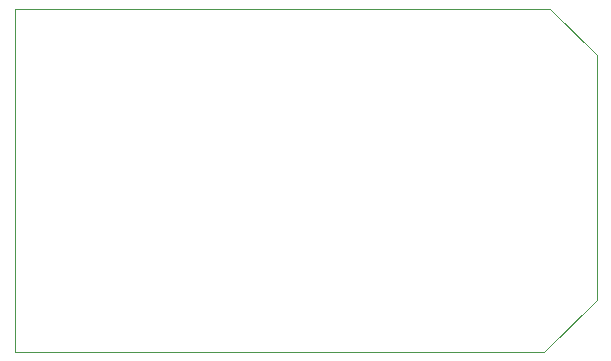
<source format=gbr>
%TF.GenerationSoftware,Altium Limited,Altium Designer,20.0.13 (296)*%
G04 Layer_Color=0*
%FSLAX45Y45*%
%MOMM*%
%TF.FileFunction,Profile,NP*%
%TF.Part,Single*%
G01*
G75*
%TA.AperFunction,Profile*%
%ADD36C,0.02540*%
D36*
X10083800Y4597400D02*
X10083800Y7505700D01*
Y7505699D01*
X14617700Y7505700D01*
X15011400Y7112000D01*
Y5041900D01*
X14566901Y4597400D01*
X10083800D01*
%TF.MD5,596b7612dfb7422e71b2a80423fcd0fb*%
M02*

</source>
